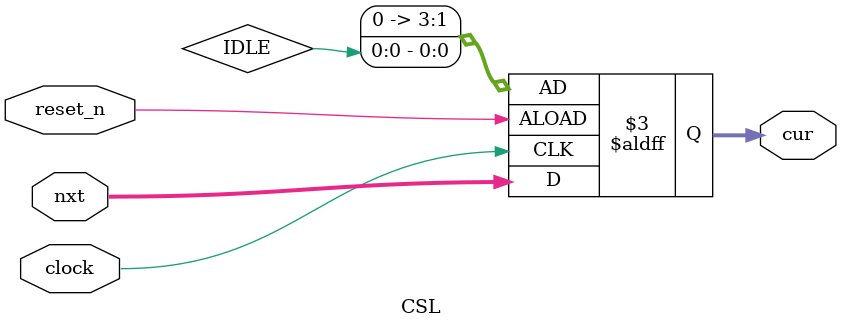
<source format=v>
module CSL(input clock, input reset_n, input [3:0] nxt, output reg [3:0] cur); 
`include "Parameters.vh"
always @(posedge clock, negedge reset_n)
    if (reset_n == 0) cur <= IDLE;
    else cur <= nxt;
endmodule
</source>
